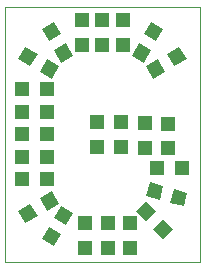
<source format=gtp>
G75*
%MOIN*%
%OFA0B0*%
%FSLAX24Y24*%
%IPPOS*%
%LPD*%
%AMOC8*
5,1,8,0,0,1.08239X$1,22.5*
%
%ADD10C,0.0000*%
%ADD11R,0.0472X0.0472*%
%ADD12R,0.0472X0.0472*%
D10*
X002392Y002517D02*
X002392Y011017D01*
X008892Y011017D01*
X008892Y002517D01*
X002392Y002517D01*
D11*
X002978Y005267D03*
X002978Y006017D03*
X002978Y006767D03*
X002978Y007517D03*
X002978Y008267D03*
X003805Y008267D03*
X003805Y007517D03*
X003805Y006767D03*
X003805Y006017D03*
X003805Y005267D03*
X005079Y003805D03*
X005829Y003805D03*
X006579Y003805D03*
X006579Y002978D03*
X005829Y002978D03*
X005079Y002978D03*
X007478Y005642D03*
X007829Y006291D03*
X008305Y005642D03*
X007079Y006304D03*
X006267Y006353D03*
X005454Y006353D03*
X005454Y007180D03*
X006267Y007180D03*
X007079Y007131D03*
X007829Y007118D03*
X006329Y009728D03*
X005642Y009728D03*
X004954Y009728D03*
X004954Y010555D03*
X005642Y010555D03*
X006329Y010555D03*
D12*
G36*
X007262Y010509D02*
X007670Y010273D01*
X007434Y009865D01*
X007026Y010101D01*
X007262Y010509D01*
G37*
G36*
X006849Y009793D02*
X007257Y009557D01*
X007021Y009149D01*
X006613Y009385D01*
X006849Y009793D01*
G37*
G36*
X007495Y009257D02*
X007731Y008849D01*
X007323Y008613D01*
X007087Y009021D01*
X007495Y009257D01*
G37*
G36*
X008211Y009670D02*
X008447Y009262D01*
X008039Y009026D01*
X007803Y009434D01*
X008211Y009670D01*
G37*
G36*
X004026Y009557D02*
X004434Y009793D01*
X004670Y009385D01*
X004262Y009149D01*
X004026Y009557D01*
G37*
G36*
X003553Y008849D02*
X003789Y009257D01*
X004197Y009021D01*
X003961Y008613D01*
X003553Y008849D01*
G37*
G36*
X002837Y009262D02*
X003073Y009670D01*
X003481Y009434D01*
X003245Y009026D01*
X002837Y009262D01*
G37*
G36*
X003613Y010273D02*
X004021Y010509D01*
X004257Y010101D01*
X003849Y009865D01*
X003613Y010273D01*
G37*
G36*
X007672Y005033D02*
X007549Y004578D01*
X007094Y004701D01*
X007217Y005156D01*
X007672Y005033D01*
G37*
G36*
X008470Y004819D02*
X008347Y004364D01*
X007892Y004487D01*
X008015Y004942D01*
X008470Y004819D01*
G37*
G36*
X008008Y003609D02*
X007675Y003276D01*
X007342Y003609D01*
X007675Y003942D01*
X008008Y003609D01*
G37*
G36*
X007424Y004194D02*
X007091Y003861D01*
X006758Y004194D01*
X007091Y004527D01*
X007424Y004194D01*
G37*
G36*
X004434Y003740D02*
X004026Y003976D01*
X004262Y004384D01*
X004670Y004148D01*
X004434Y003740D01*
G37*
G36*
X004021Y003024D02*
X003613Y003260D01*
X003849Y003668D01*
X004257Y003432D01*
X004021Y003024D01*
G37*
G36*
X003073Y003800D02*
X002837Y004208D01*
X003245Y004444D01*
X003481Y004036D01*
X003073Y003800D01*
G37*
G36*
X003789Y004214D02*
X003553Y004622D01*
X003961Y004858D01*
X004197Y004450D01*
X003789Y004214D01*
G37*
M02*

</source>
